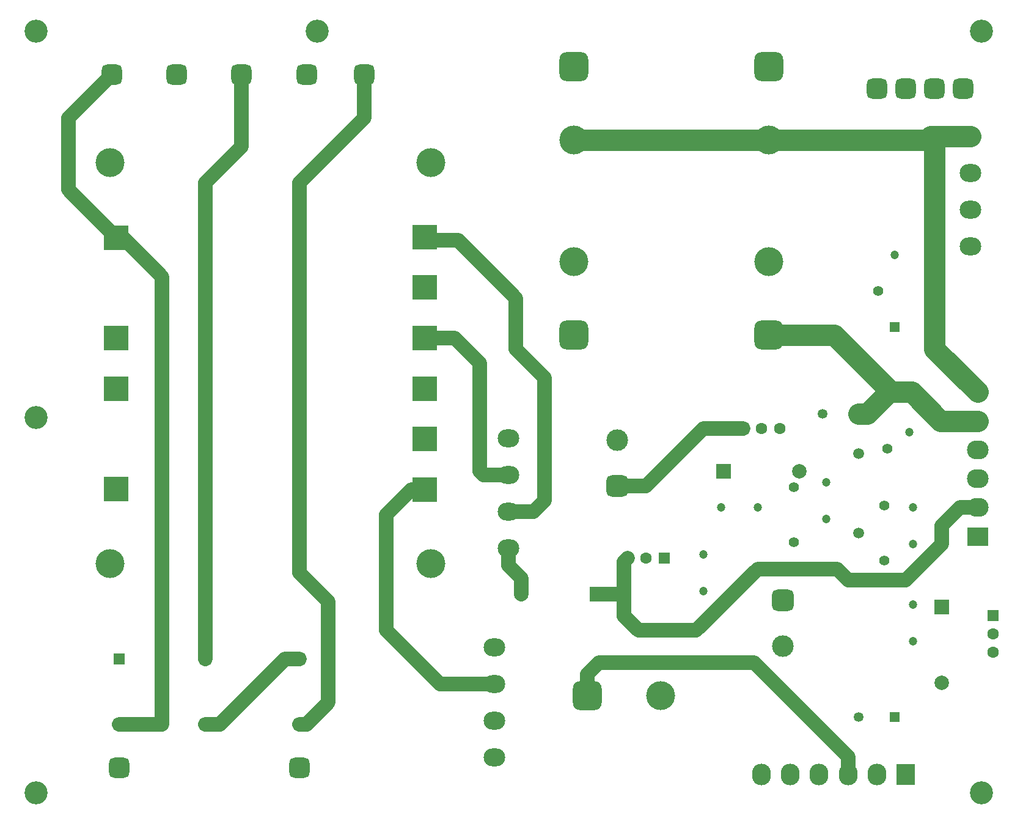
<source format=gtl>
G04*
G04 #@! TF.GenerationSoftware,Altium Limited,CircuitStudio,1.5.2 (30)*
G04*
G04 Layer_Physical_Order=1*
G04 Layer_Color=11767835*
%FSLAX25Y25*%
%MOIN*%
G70*
G01*
G75*
%ADD10C,0.07874*%
%ADD11C,0.11811*%
%ADD12R,0.06299X0.06299*%
%ADD13C,0.06299*%
%ADD14C,0.05315*%
%ADD15R,0.05315X0.05315*%
%ADD16C,0.04724*%
%ADD17R,0.06299X0.06299*%
%ADD18C,0.12598*%
%ADD19R,0.05906X0.05906*%
G04:AMPARAMS|DCode=20|XSize=110.24mil|YSize=110.24mil|CornerRadius=27.56mil|HoleSize=0mil|Usage=FLASHONLY|Rotation=0.000|XOffset=0mil|YOffset=0mil|HoleType=Round|Shape=RoundedRectangle|*
%AMROUNDEDRECTD20*
21,1,0.11024,0.05512,0,0,0.0*
21,1,0.05512,0.11024,0,0,0.0*
1,1,0.05512,0.02756,-0.02756*
1,1,0.05512,-0.02756,-0.02756*
1,1,0.05512,-0.02756,0.02756*
1,1,0.05512,0.02756,0.02756*
%
%ADD20ROUNDEDRECTD20*%
%ADD21C,0.05512*%
%ADD22O,0.11811X0.09843*%
%ADD23R,0.07874X0.07874*%
%ADD24C,0.07874*%
%ADD25R,0.11811X0.10236*%
%ADD26O,0.11811X0.10236*%
%ADD27R,0.10236X0.11811*%
%ADD28O,0.10236X0.11811*%
%ADD29R,0.07874X0.07874*%
%ADD30C,0.15748*%
%ADD31R,0.13780X0.13780*%
%ADD32C,0.05906*%
G04:AMPARAMS|DCode=33|XSize=157.48mil|YSize=157.48mil|CornerRadius=39.37mil|HoleSize=0mil|Usage=FLASHONLY|Rotation=0.000|XOffset=0mil|YOffset=0mil|HoleType=Round|Shape=RoundedRectangle|*
%AMROUNDEDRECTD33*
21,1,0.15748,0.07874,0,0,0.0*
21,1,0.07874,0.15748,0,0,0.0*
1,1,0.07874,0.03937,-0.03937*
1,1,0.07874,-0.03937,-0.03937*
1,1,0.07874,-0.03937,0.03937*
1,1,0.07874,0.03937,0.03937*
%
%ADD33ROUNDEDRECTD33*%
G04:AMPARAMS|DCode=34|XSize=157.48mil|YSize=157.48mil|CornerRadius=39.37mil|HoleSize=0mil|Usage=FLASHONLY|Rotation=90.000|XOffset=0mil|YOffset=0mil|HoleType=Round|Shape=RoundedRectangle|*
%AMROUNDEDRECTD34*
21,1,0.15748,0.07874,0,0,90.0*
21,1,0.07874,0.15748,0,0,90.0*
1,1,0.07874,0.03937,0.03937*
1,1,0.07874,0.03937,-0.03937*
1,1,0.07874,-0.03937,-0.03937*
1,1,0.07874,-0.03937,0.03937*
%
%ADD34ROUNDEDRECTD34*%
G04:AMPARAMS|DCode=35|XSize=118.11mil|YSize=118.11mil|CornerRadius=29.53mil|HoleSize=0mil|Usage=FLASHONLY|Rotation=180.000|XOffset=0mil|YOffset=0mil|HoleType=Round|Shape=RoundedRectangle|*
%AMROUNDEDRECTD35*
21,1,0.11811,0.05906,0,0,180.0*
21,1,0.05906,0.11811,0,0,180.0*
1,1,0.05906,-0.02953,0.02953*
1,1,0.05906,0.02953,0.02953*
1,1,0.05906,0.02953,-0.02953*
1,1,0.05906,-0.02953,-0.02953*
%
%ADD35ROUNDEDRECTD35*%
%ADD36C,0.11811*%
D10*
X-440945Y55118D02*
X-433071D01*
X-397638Y90551D02*
X-389764D01*
X-433071Y55118D02*
X-397638Y90551D01*
X-489567Y320472D02*
X-485827D01*
X-488189Y55118D02*
X-488189Y55118D01*
X-321457Y320866D02*
X-319488Y318898D01*
X-303150D01*
X-321457Y265748D02*
X-305118D01*
X-291339Y251969D01*
Y192913D02*
Y251969D01*
Y192913D02*
X-289528Y191102D01*
X-275590D01*
X-261968Y171102D02*
X-255906Y177165D01*
X-275590Y171102D02*
X-261968D01*
X-169291Y216535D02*
X-147795D01*
X-200787Y185039D02*
X-169291Y216535D01*
X-216535Y185039D02*
X-200787D01*
X-212598Y114173D02*
X-204724Y106299D01*
X-212598Y143858D02*
X-210787Y145669D01*
X-232598Y70866D02*
Y82362D01*
X-268622Y125984D02*
Y134764D01*
X-275590Y141732D02*
X-268622Y134764D01*
X-275590Y141732D02*
Y151102D01*
X-227441Y125984D02*
X-212598D01*
Y114173D02*
Y125984D01*
Y143858D01*
X-440945Y90551D02*
Y350394D01*
X-421260Y370079D01*
Y409449D01*
X-389764Y55118D02*
X-385827D01*
X-374016Y66929D01*
Y122047D01*
X-389764Y137795D02*
X-374016Y122047D01*
X-389764Y137795D02*
Y350394D01*
X-354331Y385827D01*
Y409449D01*
X-303150Y318898D02*
X-271654Y287402D01*
Y259842D02*
Y287402D01*
Y259842D02*
X-255906Y244094D01*
Y177165D02*
Y244094D01*
X-328740Y183071D02*
X-321457D01*
X-342520Y169291D02*
X-328740Y183071D01*
X-342520Y106299D02*
Y169291D01*
Y106299D02*
X-313150Y76929D01*
X-283465D01*
X-515748Y346654D02*
Y385827D01*
X-492126Y409449D01*
X-515748Y346654D02*
X-489567Y320472D01*
X-488189Y55118D02*
X-464567D01*
Y299213D01*
X-485827Y320472D02*
X-464567Y299213D01*
X-29528Y173228D02*
X-19685D01*
X-39370Y153543D02*
Y163386D01*
X-29528Y173228D01*
X-55118Y137795D02*
X-39370Y153543D01*
X-204724Y106299D02*
X-173228D01*
X-139764Y139764D01*
X-96457D01*
X-90551Y133858D01*
X-59055D01*
X-55118Y137795D01*
X-232598Y82362D02*
X-226378Y88583D01*
X-141732D01*
X-90551Y37402D01*
Y27559D02*
Y37402D01*
D11*
X-240158Y373701D02*
X-133858D01*
Y267402D02*
X-98110D01*
X-40118Y220472D02*
X-19685D01*
X-55866Y236221D02*
X-40118Y220472D01*
X-98110Y267402D02*
X-66929Y236221D01*
X-45394Y375866D02*
X-23622D01*
X-133858Y373701D02*
X-47559D01*
X-43307Y259842D02*
X-19685Y236221D01*
X-43307Y259842D02*
Y373780D01*
X-45394Y375866D02*
X-43307Y373780D01*
X-84646Y224409D02*
X-79961D01*
X-68898Y235472D01*
X-66929Y236221D02*
X-55866D01*
D12*
X-11417Y114331D02*
D03*
D13*
Y104331D02*
D03*
Y94331D02*
D03*
X-137795Y216535D02*
D03*
X-127795D02*
D03*
X-200787Y145669D02*
D03*
X-210787D02*
D03*
D14*
X-84646Y59055D02*
D03*
X-104331Y224410D02*
D03*
X-45276Y271654D02*
D03*
D15*
X-64961Y59055D02*
D03*
X-84646Y224409D02*
D03*
X-64961Y271654D02*
D03*
D16*
X-102362Y187165D02*
D03*
Y167165D02*
D03*
X-55118Y153386D02*
D03*
Y173386D02*
D03*
X-57087Y214409D02*
D03*
Y234409D02*
D03*
X-139606Y173228D02*
D03*
X-159606D02*
D03*
X-55118Y100236D02*
D03*
Y120236D02*
D03*
X-45118Y311024D02*
D03*
X-65118D02*
D03*
X-169291Y127795D02*
D03*
Y147795D02*
D03*
D17*
X-147795Y216535D02*
D03*
X-190787Y145669D02*
D03*
D18*
X-533465Y433071D02*
D03*
X-379921D02*
D03*
X-17717D02*
D03*
Y17717D02*
D03*
X-533465D02*
D03*
Y222441D02*
D03*
D19*
X-488189Y90551D02*
D03*
Y55118D02*
D03*
X-440945Y90551D02*
D03*
Y55118D02*
D03*
X-389764Y90551D02*
D03*
Y55118D02*
D03*
D20*
X-27559Y401575D02*
D03*
X-43307D02*
D03*
X-59055D02*
D03*
X-74803D02*
D03*
X-488189Y31496D02*
D03*
X-389764D02*
D03*
X-385827Y409449D02*
D03*
X-354331D02*
D03*
X-456693D02*
D03*
X-421260D02*
D03*
X-492126D02*
D03*
D21*
X-68898Y235472D02*
D03*
Y205472D02*
D03*
X-74055Y291339D02*
D03*
X-44055D02*
D03*
X-70866Y144449D02*
D03*
Y174449D02*
D03*
X-120079Y184291D02*
D03*
Y154291D02*
D03*
D22*
X-283465Y96929D02*
D03*
Y36929D02*
D03*
Y56929D02*
D03*
Y76929D02*
D03*
X-275590Y211102D02*
D03*
Y151102D02*
D03*
Y171102D02*
D03*
Y191102D02*
D03*
X-23622Y315866D02*
D03*
Y375866D02*
D03*
Y355866D02*
D03*
Y335866D02*
D03*
D23*
X-158386Y192913D02*
D03*
X-227441Y125984D02*
D03*
D24*
X-117205Y192913D02*
D03*
X-39370Y77835D02*
D03*
X-268622Y125984D02*
D03*
D25*
X-19685Y157480D02*
D03*
D26*
Y173228D02*
D03*
Y188976D02*
D03*
Y204724D02*
D03*
Y220472D02*
D03*
Y236221D02*
D03*
D27*
X-59055Y27559D02*
D03*
D28*
X-74803D02*
D03*
X-90551D02*
D03*
X-106299D02*
D03*
X-122047D02*
D03*
X-137795D02*
D03*
D29*
X-39370Y119016D02*
D03*
D30*
X-492913Y142717D02*
D03*
X-318110D02*
D03*
X-492913Y361221D02*
D03*
X-318110D02*
D03*
X-133858Y373701D02*
D03*
X-240158D02*
D03*
Y307402D02*
D03*
X-133858D02*
D03*
X-192598Y70866D02*
D03*
D31*
X-489567Y320472D02*
D03*
Y265748D02*
D03*
Y238189D02*
D03*
Y183465D02*
D03*
X-321457Y320866D02*
D03*
Y293307D02*
D03*
Y265748D02*
D03*
Y238189D02*
D03*
Y210630D02*
D03*
Y183071D02*
D03*
D32*
X-84646Y159449D02*
D03*
Y202756D02*
D03*
D33*
X-133858Y413701D02*
D03*
X-240158D02*
D03*
Y267402D02*
D03*
X-133858D02*
D03*
D34*
X-232598Y70866D02*
D03*
D35*
X-216535Y185039D02*
D03*
X-125984Y122736D02*
D03*
D36*
X-216535Y210039D02*
D03*
X-125984Y97736D02*
D03*
M02*

</source>
